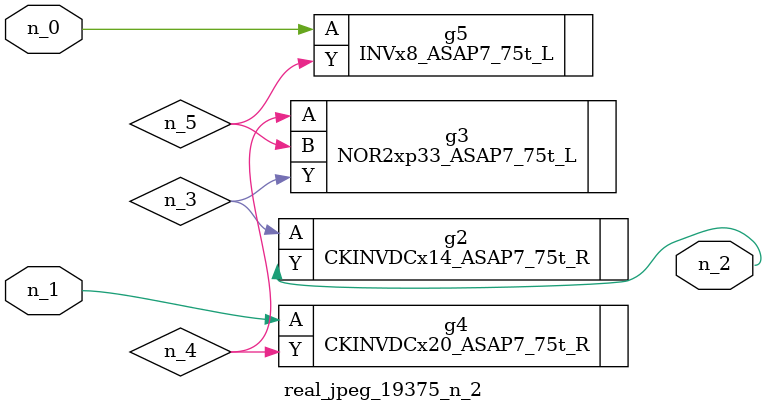
<source format=v>
module real_jpeg_19375_n_2 (n_1, n_0, n_2);

input n_1;
input n_0;

output n_2;

wire n_5;
wire n_4;
wire n_3;

INVx8_ASAP7_75t_L g5 ( 
.A(n_0),
.Y(n_5)
);

CKINVDCx20_ASAP7_75t_R g4 ( 
.A(n_1),
.Y(n_4)
);

CKINVDCx14_ASAP7_75t_R g2 ( 
.A(n_3),
.Y(n_2)
);

NOR2xp33_ASAP7_75t_L g3 ( 
.A(n_4),
.B(n_5),
.Y(n_3)
);


endmodule
</source>
